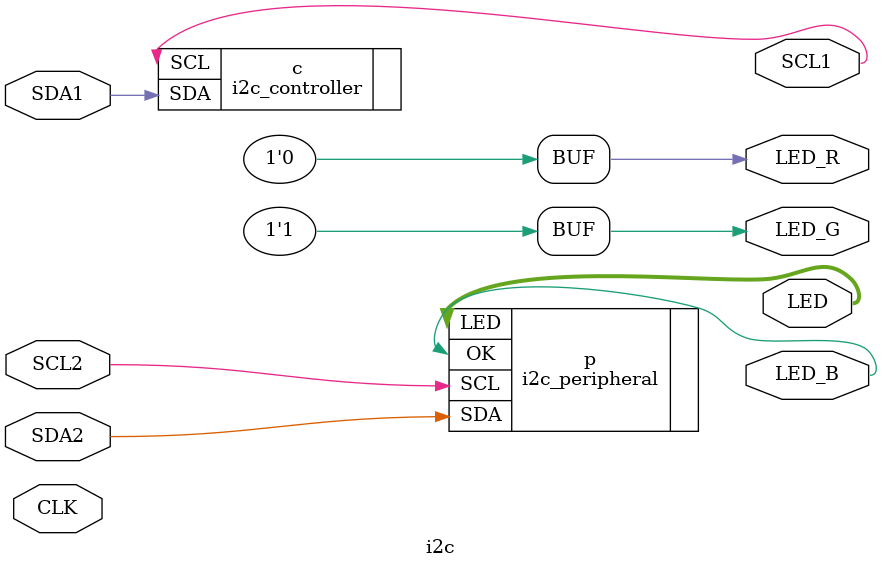
<source format=v>

module i2c (
    input           CLK,
    output          LED_R,
    output          LED_G,
    output          LED_B,
    output  [7:0]   LED,

    // I2C Bus 1 (Controller)
    inout       SDA1,
    output      SCL1,

    // I2C Bus 2 (Peripheral)
    inout       SDA2,
    input       SCL2
);

    i2c_controller c(
        .SDA(SDA1),
        .SCL(SCL1)
    );

    i2c_peripheral p(
        .SDA(SDA2),
        .SCL(SCL2),
        .LED(LED),
        .OK(LED_B)
    );

    assign LED_R = 0;
    assign LED_G = 1;
    //assign LED_B = 1;

endmodule

</source>
